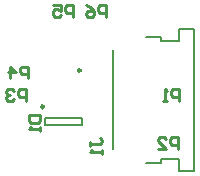
<source format=gbo>
G04*
G04 #@! TF.GenerationSoftware,Altium Limited,Altium Designer,22.9.1 (49)*
G04*
G04 Layer_Color=32896*
%FSLAX25Y25*%
%MOIN*%
G70*
G04*
G04 #@! TF.SameCoordinates,15CD16B4-1F33-4ED9-8E61-9E20C37C55A6*
G04*
G04*
G04 #@! TF.FilePolarity,Positive*
G04*
G01*
G75*
%ADD10C,0.00787*%
%ADD12C,0.01000*%
%ADD42C,0.00984*%
D10*
X468157Y308079D02*
X480362D01*
X468157Y310441D02*
X480362D01*
Y308079D02*
Y310441D01*
X468157Y308079D02*
Y310441D01*
X490689Y299965D02*
Y333035D01*
X506634Y336234D02*
X512696D01*
X506634Y336234D02*
Y337563D01*
X501713Y337563D02*
X506634D01*
X512696Y336234D02*
Y340122D01*
X517854D01*
X512696Y292878D02*
X517854D01*
X512696D02*
Y296766D01*
X501713Y295437D02*
X506634D01*
X506634Y295437D02*
Y296765D01*
X506634Y296766D02*
X512696D01*
X517854Y292878D02*
Y340122D01*
D12*
X462532Y311368D02*
X466468D01*
Y309400D01*
X465812Y308744D01*
X463188D01*
X462532Y309400D01*
Y311368D01*
X466468Y307432D02*
Y306120D01*
Y306776D01*
X462532D01*
X463188Y307432D01*
X488280Y344032D02*
Y347968D01*
X486312D01*
X485656Y347312D01*
Y346000D01*
X486312Y345344D01*
X488280D01*
X481720Y347968D02*
X483032Y347312D01*
X484344Y346000D01*
Y344688D01*
X483688Y344032D01*
X482376D01*
X481720Y344688D01*
Y345344D01*
X482376Y346000D01*
X484344D01*
X477280Y344032D02*
Y347968D01*
X475312D01*
X474656Y347312D01*
Y346000D01*
X475312Y345344D01*
X477280D01*
X470720Y347968D02*
X473344D01*
Y346000D01*
X472032Y346656D01*
X471376D01*
X470720Y346000D01*
Y344688D01*
X471376Y344032D01*
X472688D01*
X473344Y344688D01*
X462280Y323638D02*
Y327574D01*
X460312D01*
X459656Y326918D01*
Y325606D01*
X460312Y324950D01*
X462280D01*
X456376Y323638D02*
Y327574D01*
X458344Y325606D01*
X455720D01*
X461673Y316032D02*
Y319968D01*
X459706D01*
X459050Y319312D01*
Y318000D01*
X459706Y317344D01*
X461673D01*
X457738Y319312D02*
X457082Y319968D01*
X455770D01*
X455114Y319312D01*
Y318656D01*
X455770Y318000D01*
X456426D01*
X455770D01*
X455114Y317344D01*
Y316688D01*
X455770Y316032D01*
X457082D01*
X457738Y316688D01*
X512280Y300032D02*
Y303968D01*
X510312D01*
X509656Y303312D01*
Y302000D01*
X510312Y301344D01*
X512280D01*
X505720Y300032D02*
X508344D01*
X505720Y302656D01*
Y303312D01*
X506376Y303968D01*
X507688D01*
X508344Y303312D01*
X512624Y316032D02*
Y319968D01*
X510656D01*
X510000Y319312D01*
Y318000D01*
X510656Y317344D01*
X512624D01*
X508688Y316032D02*
X507376D01*
X508032D01*
Y319968D01*
X508688Y319312D01*
X483032Y301000D02*
Y302312D01*
Y301656D01*
X486312D01*
X486968Y302312D01*
Y302968D01*
X486312Y303624D01*
X486968Y299688D02*
Y298376D01*
Y299032D01*
X483032D01*
X483688Y299688D01*
D42*
X467665Y314181D02*
G03*
X467665Y314181I-492J0D01*
G01*
X479959Y326343D02*
G03*
X479959Y326343I-492J0D01*
G01*
M02*

</source>
